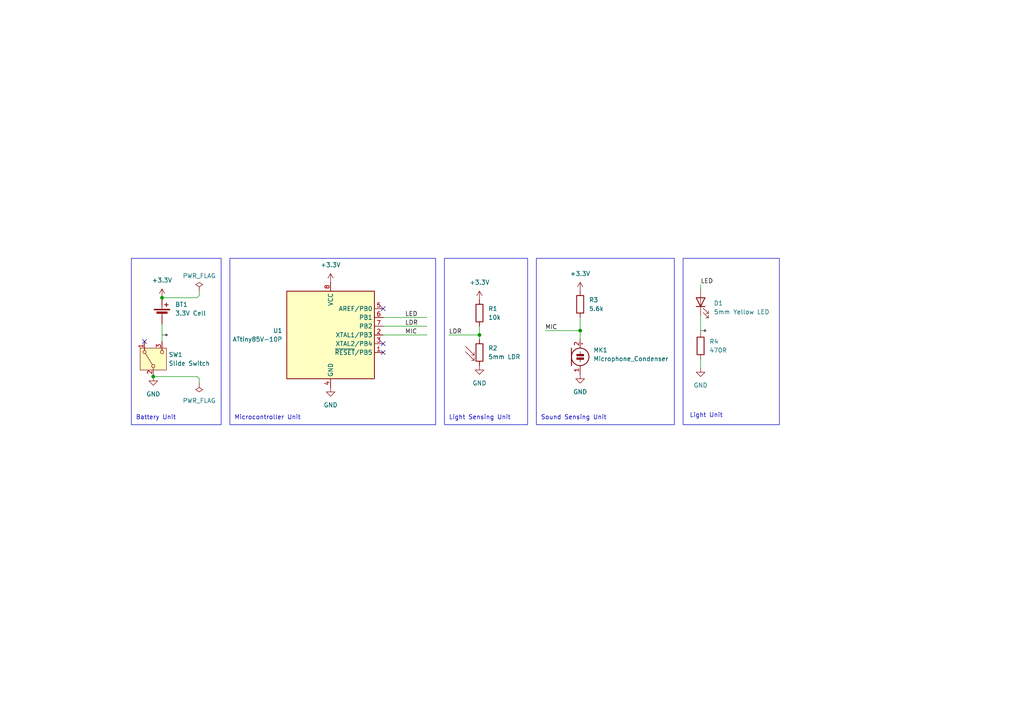
<source format=kicad_sch>
(kicad_sch (version 20230121) (generator eeschema)

  (uuid eaea7461-ca50-4391-982e-37c4766e11ca)

  (paper "A4")

  (title_block
    (title "Digital Diya")
    (date "2024-09-24")
    (rev "v1")
    (company "pcbcupid")
    (comment 1 "Its a ATTiny 85 based circuit")
  )

  (lib_symbols
    (symbol "Device:Battery_Cell" (pin_numbers hide) (pin_names (offset 0) hide) (in_bom yes) (on_board yes)
      (property "Reference" "BT" (at 2.54 2.54 0)
        (effects (font (size 1.27 1.27)) (justify left))
      )
      (property "Value" "Battery_Cell" (at 2.54 0 0)
        (effects (font (size 1.27 1.27)) (justify left))
      )
      (property "Footprint" "" (at 0 1.524 90)
        (effects (font (size 1.27 1.27)) hide)
      )
      (property "Datasheet" "~" (at 0 1.524 90)
        (effects (font (size 1.27 1.27)) hide)
      )
      (property "ki_keywords" "battery cell" (at 0 0 0)
        (effects (font (size 1.27 1.27)) hide)
      )
      (property "ki_description" "Single-cell battery" (at 0 0 0)
        (effects (font (size 1.27 1.27)) hide)
      )
      (symbol "Battery_Cell_0_1"
        (rectangle (start -2.286 1.778) (end 2.286 1.524)
          (stroke (width 0) (type default))
          (fill (type outline))
        )
        (rectangle (start -1.524 1.016) (end 1.524 0.508)
          (stroke (width 0) (type default))
          (fill (type outline))
        )
        (polyline
          (pts
            (xy 0 0.762)
            (xy 0 0)
          )
          (stroke (width 0) (type default))
          (fill (type none))
        )
        (polyline
          (pts
            (xy 0 1.778)
            (xy 0 2.54)
          )
          (stroke (width 0) (type default))
          (fill (type none))
        )
        (polyline
          (pts
            (xy 0.762 3.048)
            (xy 1.778 3.048)
          )
          (stroke (width 0.254) (type default))
          (fill (type none))
        )
        (polyline
          (pts
            (xy 1.27 3.556)
            (xy 1.27 2.54)
          )
          (stroke (width 0.254) (type default))
          (fill (type none))
        )
      )
      (symbol "Battery_Cell_1_1"
        (pin passive line (at 0 5.08 270) (length 2.54)
          (name "+" (effects (font (size 1.27 1.27))))
          (number "1" (effects (font (size 1.27 1.27))))
        )
        (pin passive line (at 0 -2.54 90) (length 2.54)
          (name "-" (effects (font (size 1.27 1.27))))
          (number "2" (effects (font (size 1.27 1.27))))
        )
      )
    )
    (symbol "Device:LED" (pin_numbers hide) (pin_names (offset 1.016) hide) (in_bom yes) (on_board yes)
      (property "Reference" "D" (at 0 2.54 0)
        (effects (font (size 1.27 1.27)))
      )
      (property "Value" "LED" (at 0 -2.54 0)
        (effects (font (size 1.27 1.27)))
      )
      (property "Footprint" "" (at 0 0 0)
        (effects (font (size 1.27 1.27)) hide)
      )
      (property "Datasheet" "~" (at 0 0 0)
        (effects (font (size 1.27 1.27)) hide)
      )
      (property "ki_keywords" "LED diode" (at 0 0 0)
        (effects (font (size 1.27 1.27)) hide)
      )
      (property "ki_description" "Light emitting diode" (at 0 0 0)
        (effects (font (size 1.27 1.27)) hide)
      )
      (property "ki_fp_filters" "LED* LED_SMD:* LED_THT:*" (at 0 0 0)
        (effects (font (size 1.27 1.27)) hide)
      )
      (symbol "LED_0_1"
        (polyline
          (pts
            (xy -1.27 -1.27)
            (xy -1.27 1.27)
          )
          (stroke (width 0.254) (type default))
          (fill (type none))
        )
        (polyline
          (pts
            (xy -1.27 0)
            (xy 1.27 0)
          )
          (stroke (width 0) (type default))
          (fill (type none))
        )
        (polyline
          (pts
            (xy 1.27 -1.27)
            (xy 1.27 1.27)
            (xy -1.27 0)
            (xy 1.27 -1.27)
          )
          (stroke (width 0.254) (type default))
          (fill (type none))
        )
        (polyline
          (pts
            (xy -3.048 -0.762)
            (xy -4.572 -2.286)
            (xy -3.81 -2.286)
            (xy -4.572 -2.286)
            (xy -4.572 -1.524)
          )
          (stroke (width 0) (type default))
          (fill (type none))
        )
        (polyline
          (pts
            (xy -1.778 -0.762)
            (xy -3.302 -2.286)
            (xy -2.54 -2.286)
            (xy -3.302 -2.286)
            (xy -3.302 -1.524)
          )
          (stroke (width 0) (type default))
          (fill (type none))
        )
      )
      (symbol "LED_1_1"
        (pin passive line (at -3.81 0 0) (length 2.54)
          (name "K" (effects (font (size 1.27 1.27))))
          (number "1" (effects (font (size 1.27 1.27))))
        )
        (pin passive line (at 3.81 0 180) (length 2.54)
          (name "A" (effects (font (size 1.27 1.27))))
          (number "2" (effects (font (size 1.27 1.27))))
        )
      )
    )
    (symbol "Device:Microphone_Condenser" (pin_names (offset 0.0254) hide) (in_bom yes) (on_board yes)
      (property "Reference" "MK" (at -3.302 1.27 0)
        (effects (font (size 1.27 1.27)) (justify right))
      )
      (property "Value" "Microphone_Condenser" (at -3.302 -0.635 0)
        (effects (font (size 1.27 1.27)) (justify right))
      )
      (property "Footprint" "" (at 0 2.54 90)
        (effects (font (size 1.27 1.27)) hide)
      )
      (property "Datasheet" "~" (at 0 2.54 90)
        (effects (font (size 1.27 1.27)) hide)
      )
      (property "ki_keywords" "capacitance condenser microphone" (at 0 0 0)
        (effects (font (size 1.27 1.27)) hide)
      )
      (property "ki_description" "Condenser microphone" (at 0 0 0)
        (effects (font (size 1.27 1.27)) hide)
      )
      (symbol "Microphone_Condenser_0_1"
        (polyline
          (pts
            (xy -2.54 2.54)
            (xy -2.54 -2.54)
          )
          (stroke (width 0.254) (type default))
          (fill (type none))
        )
        (polyline
          (pts
            (xy 0 -0.762)
            (xy 0 -1.524)
          )
          (stroke (width 0) (type default))
          (fill (type none))
        )
        (polyline
          (pts
            (xy 0 0.762)
            (xy 0 1.524)
          )
          (stroke (width 0) (type default))
          (fill (type none))
        )
        (polyline
          (pts
            (xy 0.254 3.81)
            (xy 0.762 3.81)
          )
          (stroke (width 0) (type default))
          (fill (type none))
        )
        (polyline
          (pts
            (xy 0.508 4.064)
            (xy 0.508 3.556)
          )
          (stroke (width 0) (type default))
          (fill (type none))
        )
        (circle (center 0 0) (radius 2.54)
          (stroke (width 0.254) (type default))
          (fill (type none))
        )
        (rectangle (start 1.016 -0.254) (end -1.016 -0.762)
          (stroke (width 0) (type default))
          (fill (type outline))
        )
        (rectangle (start 1.016 0.762) (end -1.016 0.254)
          (stroke (width 0) (type default))
          (fill (type outline))
        )
      )
      (symbol "Microphone_Condenser_1_1"
        (pin passive line (at 0 -5.08 90) (length 2.54)
          (name "-" (effects (font (size 1.27 1.27))))
          (number "1" (effects (font (size 1.27 1.27))))
        )
        (pin passive line (at 0 5.08 270) (length 2.54)
          (name "+" (effects (font (size 1.27 1.27))))
          (number "2" (effects (font (size 1.27 1.27))))
        )
      )
    )
    (symbol "Device:R" (pin_numbers hide) (pin_names (offset 0)) (in_bom yes) (on_board yes)
      (property "Reference" "R" (at 2.032 0 90)
        (effects (font (size 1.27 1.27)))
      )
      (property "Value" "R" (at 0 0 90)
        (effects (font (size 1.27 1.27)))
      )
      (property "Footprint" "" (at -1.778 0 90)
        (effects (font (size 1.27 1.27)) hide)
      )
      (property "Datasheet" "~" (at 0 0 0)
        (effects (font (size 1.27 1.27)) hide)
      )
      (property "ki_keywords" "R res resistor" (at 0 0 0)
        (effects (font (size 1.27 1.27)) hide)
      )
      (property "ki_description" "Resistor" (at 0 0 0)
        (effects (font (size 1.27 1.27)) hide)
      )
      (property "ki_fp_filters" "R_*" (at 0 0 0)
        (effects (font (size 1.27 1.27)) hide)
      )
      (symbol "R_0_1"
        (rectangle (start -1.016 -2.54) (end 1.016 2.54)
          (stroke (width 0.254) (type default))
          (fill (type none))
        )
      )
      (symbol "R_1_1"
        (pin passive line (at 0 3.81 270) (length 1.27)
          (name "~" (effects (font (size 1.27 1.27))))
          (number "1" (effects (font (size 1.27 1.27))))
        )
        (pin passive line (at 0 -3.81 90) (length 1.27)
          (name "~" (effects (font (size 1.27 1.27))))
          (number "2" (effects (font (size 1.27 1.27))))
        )
      )
    )
    (symbol "MCU_Microchip_ATtiny:ATtiny85V-10P" (in_bom yes) (on_board yes)
      (property "Reference" "U" (at -12.7 13.97 0)
        (effects (font (size 1.27 1.27)) (justify left bottom))
      )
      (property "Value" "ATtiny85V-10P" (at 2.54 -13.97 0)
        (effects (font (size 1.27 1.27)) (justify left top))
      )
      (property "Footprint" "Package_DIP:DIP-8_W7.62mm" (at 0 0 0)
        (effects (font (size 1.27 1.27) italic) hide)
      )
      (property "Datasheet" "http://ww1.microchip.com/downloads/en/DeviceDoc/atmel-2586-avr-8-bit-microcontroller-attiny25-attiny45-attiny85_datasheet.pdf" (at 0 0 0)
        (effects (font (size 1.27 1.27)) hide)
      )
      (property "ki_keywords" "AVR 8bit Microcontroller tinyAVR" (at 0 0 0)
        (effects (font (size 1.27 1.27)) hide)
      )
      (property "ki_description" "10MHz, 8kB Flash, 512B SRAM, 512B EEPROM, debugWIRE, DIP-8" (at 0 0 0)
        (effects (font (size 1.27 1.27)) hide)
      )
      (property "ki_fp_filters" "DIP*W7.62mm*" (at 0 0 0)
        (effects (font (size 1.27 1.27)) hide)
      )
      (symbol "ATtiny85V-10P_0_1"
        (rectangle (start -12.7 -12.7) (end 12.7 12.7)
          (stroke (width 0.254) (type default))
          (fill (type background))
        )
      )
      (symbol "ATtiny85V-10P_1_1"
        (pin bidirectional line (at 15.24 -5.08 180) (length 2.54)
          (name "~{RESET}/PB5" (effects (font (size 1.27 1.27))))
          (number "1" (effects (font (size 1.27 1.27))))
        )
        (pin bidirectional line (at 15.24 0 180) (length 2.54)
          (name "XTAL1/PB3" (effects (font (size 1.27 1.27))))
          (number "2" (effects (font (size 1.27 1.27))))
        )
        (pin bidirectional line (at 15.24 -2.54 180) (length 2.54)
          (name "XTAL2/PB4" (effects (font (size 1.27 1.27))))
          (number "3" (effects (font (size 1.27 1.27))))
        )
        (pin power_in line (at 0 -15.24 90) (length 2.54)
          (name "GND" (effects (font (size 1.27 1.27))))
          (number "4" (effects (font (size 1.27 1.27))))
        )
        (pin bidirectional line (at 15.24 7.62 180) (length 2.54)
          (name "AREF/PB0" (effects (font (size 1.27 1.27))))
          (number "5" (effects (font (size 1.27 1.27))))
        )
        (pin bidirectional line (at 15.24 5.08 180) (length 2.54)
          (name "PB1" (effects (font (size 1.27 1.27))))
          (number "6" (effects (font (size 1.27 1.27))))
        )
        (pin bidirectional line (at 15.24 2.54 180) (length 2.54)
          (name "PB2" (effects (font (size 1.27 1.27))))
          (number "7" (effects (font (size 1.27 1.27))))
        )
        (pin power_in line (at 0 15.24 270) (length 2.54)
          (name "VCC" (effects (font (size 1.27 1.27))))
          (number "8" (effects (font (size 1.27 1.27))))
        )
      )
    )
    (symbol "Sensor_Optical:LDR07" (pin_numbers hide) (pin_names (offset 0)) (in_bom yes) (on_board yes)
      (property "Reference" "R" (at -5.08 0 90)
        (effects (font (size 1.27 1.27)))
      )
      (property "Value" "LDR07" (at 1.905 0 90)
        (effects (font (size 1.27 1.27)) (justify top))
      )
      (property "Footprint" "OptoDevice:R_LDR_5.1x4.3mm_P3.4mm_Vertical" (at 4.445 0 90)
        (effects (font (size 1.27 1.27)) hide)
      )
      (property "Datasheet" "http://www.tme.eu/de/Document/f2e3ad76a925811312d226c31da4cd7e/LDR07.pdf" (at 0 -1.27 0)
        (effects (font (size 1.27 1.27)) hide)
      )
      (property "ki_keywords" "light dependent photo resistor LDR" (at 0 0 0)
        (effects (font (size 1.27 1.27)) hide)
      )
      (property "ki_description" "light dependent resistor" (at 0 0 0)
        (effects (font (size 1.27 1.27)) hide)
      )
      (property "ki_fp_filters" "R*LDR*5.1x4.3mm*P3.4mm*" (at 0 0 0)
        (effects (font (size 1.27 1.27)) hide)
      )
      (symbol "LDR07_0_1"
        (rectangle (start -1.016 2.54) (end 1.016 -2.54)
          (stroke (width 0.254) (type default))
          (fill (type none))
        )
        (polyline
          (pts
            (xy -1.524 -2.286)
            (xy -4.064 0.254)
          )
          (stroke (width 0) (type default))
          (fill (type none))
        )
        (polyline
          (pts
            (xy -1.524 -2.286)
            (xy -2.286 -2.286)
          )
          (stroke (width 0) (type default))
          (fill (type none))
        )
        (polyline
          (pts
            (xy -1.524 -2.286)
            (xy -1.524 -1.524)
          )
          (stroke (width 0) (type default))
          (fill (type none))
        )
        (polyline
          (pts
            (xy -1.524 -0.762)
            (xy -4.064 1.778)
          )
          (stroke (width 0) (type default))
          (fill (type none))
        )
        (polyline
          (pts
            (xy -1.524 -0.762)
            (xy -2.286 -0.762)
          )
          (stroke (width 0) (type default))
          (fill (type none))
        )
        (polyline
          (pts
            (xy -1.524 -0.762)
            (xy -1.524 0)
          )
          (stroke (width 0) (type default))
          (fill (type none))
        )
      )
      (symbol "LDR07_1_1"
        (pin passive line (at 0 3.81 270) (length 1.27)
          (name "~" (effects (font (size 1.27 1.27))))
          (number "1" (effects (font (size 1.27 1.27))))
        )
        (pin passive line (at 0 -3.81 90) (length 1.27)
          (name "~" (effects (font (size 1.27 1.27))))
          (number "2" (effects (font (size 1.27 1.27))))
        )
      )
    )
    (symbol "Switch:SW_SPDT" (pin_names (offset 0) hide) (in_bom yes) (on_board yes)
      (property "Reference" "SW" (at 0 5.08 0)
        (effects (font (size 1.27 1.27)))
      )
      (property "Value" "SW_SPDT" (at 0 -5.08 0)
        (effects (font (size 1.27 1.27)))
      )
      (property "Footprint" "" (at 0 0 0)
        (effects (font (size 1.27 1.27)) hide)
      )
      (property "Datasheet" "~" (at 0 -7.62 0)
        (effects (font (size 1.27 1.27)) hide)
      )
      (property "ki_keywords" "switch single-pole double-throw spdt ON-ON" (at 0 0 0)
        (effects (font (size 1.27 1.27)) hide)
      )
      (property "ki_description" "Switch, single pole double throw" (at 0 0 0)
        (effects (font (size 1.27 1.27)) hide)
      )
      (symbol "SW_SPDT_0_1"
        (circle (center -2.032 0) (radius 0.4572)
          (stroke (width 0) (type default))
          (fill (type none))
        )
        (polyline
          (pts
            (xy -1.651 0.254)
            (xy 1.651 2.286)
          )
          (stroke (width 0) (type default))
          (fill (type none))
        )
        (circle (center 2.032 -2.54) (radius 0.4572)
          (stroke (width 0) (type default))
          (fill (type none))
        )
        (circle (center 2.032 2.54) (radius 0.4572)
          (stroke (width 0) (type default))
          (fill (type none))
        )
      )
      (symbol "SW_SPDT_1_1"
        (rectangle (start -3.175 3.81) (end 3.175 -3.81)
          (stroke (width 0) (type default))
          (fill (type background))
        )
        (pin passive line (at 5.08 2.54 180) (length 2.54)
          (name "A" (effects (font (size 1.27 1.27))))
          (number "1" (effects (font (size 1.27 1.27))))
        )
        (pin passive line (at -5.08 0 0) (length 2.54)
          (name "B" (effects (font (size 1.27 1.27))))
          (number "2" (effects (font (size 1.27 1.27))))
        )
        (pin passive line (at 5.08 -2.54 180) (length 2.54)
          (name "C" (effects (font (size 1.27 1.27))))
          (number "3" (effects (font (size 1.27 1.27))))
        )
      )
    )
    (symbol "power:+3.3V" (power) (pin_names (offset 0)) (in_bom yes) (on_board yes)
      (property "Reference" "#PWR" (at 0 -3.81 0)
        (effects (font (size 1.27 1.27)) hide)
      )
      (property "Value" "+3.3V" (at 0 3.556 0)
        (effects (font (size 1.27 1.27)))
      )
      (property "Footprint" "" (at 0 0 0)
        (effects (font (size 1.27 1.27)) hide)
      )
      (property "Datasheet" "" (at 0 0 0)
        (effects (font (size 1.27 1.27)) hide)
      )
      (property "ki_keywords" "global power" (at 0 0 0)
        (effects (font (size 1.27 1.27)) hide)
      )
      (property "ki_description" "Power symbol creates a global label with name \"+3.3V\"" (at 0 0 0)
        (effects (font (size 1.27 1.27)) hide)
      )
      (symbol "+3.3V_0_1"
        (polyline
          (pts
            (xy -0.762 1.27)
            (xy 0 2.54)
          )
          (stroke (width 0) (type default))
          (fill (type none))
        )
        (polyline
          (pts
            (xy 0 0)
            (xy 0 2.54)
          )
          (stroke (width 0) (type default))
          (fill (type none))
        )
        (polyline
          (pts
            (xy 0 2.54)
            (xy 0.762 1.27)
          )
          (stroke (width 0) (type default))
          (fill (type none))
        )
      )
      (symbol "+3.3V_1_1"
        (pin power_in line (at 0 0 90) (length 0) hide
          (name "+3.3V" (effects (font (size 1.27 1.27))))
          (number "1" (effects (font (size 1.27 1.27))))
        )
      )
    )
    (symbol "power:GND" (power) (pin_names (offset 0)) (in_bom yes) (on_board yes)
      (property "Reference" "#PWR" (at 0 -6.35 0)
        (effects (font (size 1.27 1.27)) hide)
      )
      (property "Value" "GND" (at 0 -3.81 0)
        (effects (font (size 1.27 1.27)))
      )
      (property "Footprint" "" (at 0 0 0)
        (effects (font (size 1.27 1.27)) hide)
      )
      (property "Datasheet" "" (at 0 0 0)
        (effects (font (size 1.27 1.27)) hide)
      )
      (property "ki_keywords" "global power" (at 0 0 0)
        (effects (font (size 1.27 1.27)) hide)
      )
      (property "ki_description" "Power symbol creates a global label with name \"GND\" , ground" (at 0 0 0)
        (effects (font (size 1.27 1.27)) hide)
      )
      (symbol "GND_0_1"
        (polyline
          (pts
            (xy 0 0)
            (xy 0 -1.27)
            (xy 1.27 -1.27)
            (xy 0 -2.54)
            (xy -1.27 -1.27)
            (xy 0 -1.27)
          )
          (stroke (width 0) (type default))
          (fill (type none))
        )
      )
      (symbol "GND_1_1"
        (pin power_in line (at 0 0 270) (length 0) hide
          (name "GND" (effects (font (size 1.27 1.27))))
          (number "1" (effects (font (size 1.27 1.27))))
        )
      )
    )
    (symbol "power:PWR_FLAG" (power) (pin_numbers hide) (pin_names (offset 0) hide) (in_bom yes) (on_board yes)
      (property "Reference" "#FLG" (at 0 1.905 0)
        (effects (font (size 1.27 1.27)) hide)
      )
      (property "Value" "PWR_FLAG" (at 0 3.81 0)
        (effects (font (size 1.27 1.27)))
      )
      (property "Footprint" "" (at 0 0 0)
        (effects (font (size 1.27 1.27)) hide)
      )
      (property "Datasheet" "~" (at 0 0 0)
        (effects (font (size 1.27 1.27)) hide)
      )
      (property "ki_keywords" "flag power" (at 0 0 0)
        (effects (font (size 1.27 1.27)) hide)
      )
      (property "ki_description" "Special symbol for telling ERC where power comes from" (at 0 0 0)
        (effects (font (size 1.27 1.27)) hide)
      )
      (symbol "PWR_FLAG_0_0"
        (pin power_out line (at 0 0 90) (length 0)
          (name "pwr" (effects (font (size 1.27 1.27))))
          (number "1" (effects (font (size 1.27 1.27))))
        )
      )
      (symbol "PWR_FLAG_0_1"
        (polyline
          (pts
            (xy 0 0)
            (xy 0 1.27)
            (xy -1.016 1.905)
            (xy 0 2.54)
            (xy 1.016 1.905)
            (xy 0 1.27)
          )
          (stroke (width 0) (type default))
          (fill (type none))
        )
      )
    )
  )

  (junction (at 44.45 109.22) (diameter 0) (color 0 0 0 0)
    (uuid 7b07ee93-a1d3-42b4-8075-3f9ea80e6644)
  )
  (junction (at 139.065 97.155) (diameter 0) (color 0 0 0 0)
    (uuid b032e00a-8b5d-461e-b00b-942a4cb1b7b1)
  )
  (junction (at 46.99 86.36) (diameter 0) (color 0 0 0 0)
    (uuid de167ef7-3cae-4685-a49f-786a9a780007)
  )
  (junction (at 168.275 95.885) (diameter 0) (color 0 0 0 0)
    (uuid e9f93459-66c0-4b29-940a-21116d56eb67)
  )

  (no_connect (at 111.125 102.235) (uuid a7676154-5086-4f92-8652-0fe38b802e58))
  (no_connect (at 111.125 99.695) (uuid cbe5b4ec-8e1b-4d28-a769-5598cb48797c))
  (no_connect (at 41.91 99.06) (uuid d6ef4821-f44b-4327-9406-bd7db2f829b5))
  (no_connect (at 111.125 89.535) (uuid fae173d8-432d-4a6c-aaa5-ce706a98ceda))

  (wire (pts (xy 57.785 109.855) (xy 57.15 109.22))
    (stroke (width 0) (type default))
    (uuid 0e24a06b-0d13-4784-ab99-306297dc1e2a)
  )
  (wire (pts (xy 139.065 94.615) (xy 139.065 97.155))
    (stroke (width 0) (type default))
    (uuid 20a3988b-289e-4eab-a6a1-4c5ea9666261)
  )
  (wire (pts (xy 57.785 84.455) (xy 57.785 85.725))
    (stroke (width 0) (type default))
    (uuid 2881832c-df02-4e2c-bbd5-84925120fcf0)
  )
  (wire (pts (xy 168.275 92.075) (xy 168.275 95.885))
    (stroke (width 0) (type default))
    (uuid 2b63d3db-d718-47cf-ab56-638b17e551ce)
  )
  (wire (pts (xy 44.45 109.22) (xy 57.15 109.22))
    (stroke (width 0) (type default))
    (uuid 2e050e20-7e49-4c46-8f60-7ca01c7490f5)
  )
  (wire (pts (xy 158.115 95.885) (xy 168.275 95.885))
    (stroke (width 0) (type default))
    (uuid 3b824aed-7548-486a-802e-278b5ba727a7)
  )
  (wire (pts (xy 203.2 104.14) (xy 203.2 106.68))
    (stroke (width 0) (type default))
    (uuid 3f64a149-f826-49d3-acc5-1ce01f8ba5de)
  )
  (wire (pts (xy 203.2 82.55) (xy 203.2 83.82))
    (stroke (width 0) (type default))
    (uuid 4f7e0a66-202d-4263-ae60-923d61411539)
  )
  (wire (pts (xy 203.2 91.44) (xy 203.2 96.52))
    (stroke (width 0) (type default))
    (uuid 583f21e5-5dbc-46df-be7a-136ba37f2ddc)
  )
  (wire (pts (xy 168.275 95.885) (xy 168.275 98.425))
    (stroke (width 0) (type default))
    (uuid 689108ca-b3e1-4f81-941e-e45f0a7449fa)
  )
  (wire (pts (xy 130.175 97.155) (xy 139.065 97.155))
    (stroke (width 0) (type default))
    (uuid 6cdc4b79-7109-4fd5-b711-963b5049a177)
  )
  (wire (pts (xy 139.065 97.155) (xy 139.065 98.425))
    (stroke (width 0) (type default))
    (uuid 751d49e7-5331-4f5a-9305-cf7a81bb8be3)
  )
  (wire (pts (xy 111.125 92.075) (xy 123.825 92.075))
    (stroke (width 0) (type default))
    (uuid 76962200-58b4-4b77-aebf-bd35dc93d70b)
  )
  (wire (pts (xy 46.99 93.98) (xy 46.99 99.06))
    (stroke (width 0) (type default))
    (uuid 80eadb31-82b2-44a5-8041-a0b0fc759482)
  )
  (wire (pts (xy 46.99 86.36) (xy 57.15 86.36))
    (stroke (width 0) (type default))
    (uuid 86c8d670-c020-41b8-8534-d795d2f9aa80)
  )
  (wire (pts (xy 111.125 97.155) (xy 123.825 97.155))
    (stroke (width 0) (type default))
    (uuid 87185052-89b2-464a-84e4-46237e9bbbeb)
  )
  (wire (pts (xy 111.125 94.615) (xy 123.825 94.615))
    (stroke (width 0) (type default))
    (uuid 8e95826d-599c-4614-8b1a-1d3b1d4527fe)
  )
  (wire (pts (xy 57.785 85.725) (xy 57.15 86.36))
    (stroke (width 0) (type default))
    (uuid b4dd96f0-0cc8-44ca-8942-e34a85dfe204)
  )
  (wire (pts (xy 57.785 109.855) (xy 57.785 111.125))
    (stroke (width 0) (type default))
    (uuid f81ce5f2-b001-4c98-b6ad-8c6807b473d1)
  )

  (rectangle (start 198.12 74.93) (end 226.06 123.19)
    (stroke (width 0) (type default))
    (fill (type none))
    (uuid 0bfb5a1d-3f5b-440f-aa67-f2e402fdf15f)
  )
  (rectangle (start 128.905 74.93) (end 153.035 123.19)
    (stroke (width 0) (type default))
    (fill (type none))
    (uuid 1bd77ee2-5d0d-40da-924c-2ffbed89789d)
  )
  (rectangle (start 155.575 74.93) (end 195.58 123.19)
    (stroke (width 0) (type default))
    (fill (type none))
    (uuid 361f93e2-b726-482d-a0ca-374daf4b019e)
  )
  (rectangle (start 38.1 74.93) (end 64.135 123.19)
    (stroke (width 0) (type default))
    (fill (type none))
    (uuid 751902c1-85bc-49f5-ba5b-a6195c8832d2)
  )
  (rectangle (start 66.675 74.93) (end 126.365 123.19)
    (stroke (width 0) (type default))
    (fill (type none))
    (uuid bea0d079-2869-476e-b7f9-5c191b8e89ca)
  )

  (text "Sound Sensing Unit" (at 156.845 121.92 0)
    (effects (font (size 1.27 1.27)) (justify left bottom))
    (uuid 414ef453-306d-4da3-8358-24c4c0dc63d0)
  )
  (text "Battery Unit\n" (at 39.37 121.92 0)
    (effects (font (size 1.27 1.27)) (justify left bottom))
    (uuid 4ff4a1c6-0e40-4efa-9f07-c629d85d4b47)
  )
  (text "Microcontroller Unit" (at 67.945 121.92 0)
    (effects (font (size 1.27 1.27)) (justify left bottom))
    (uuid 5cb6d2b1-0349-472c-b637-161df4216ad1)
  )
  (text "Light Unit" (at 200.025 121.285 0)
    (effects (font (size 1.27 1.27)) (justify left bottom))
    (uuid f59fbb3b-0558-41ff-b2d8-4139273506f5)
  )
  (text "Light Sensing Unit" (at 130.175 121.92 0)
    (effects (font (size 1.27 1.27)) (justify left bottom))
    (uuid f9d9e1f3-e59b-4e0f-ad44-e1bd38b1e27f)
  )

  (label "LED" (at 203.2 82.55 0) (fields_autoplaced)
    (effects (font (size 1.27 1.27)) (justify left bottom))
    (uuid 13571308-d3c5-4724-838d-235767359ce4)
  )
  (label "LDR" (at 130.175 97.155 0) (fields_autoplaced)
    (effects (font (size 1.27 1.27)) (justify left bottom))
    (uuid 1b10adac-df89-4f0f-8e81-db3598b97566)
  )
  (label "MIC" (at 158.115 95.885 0) (fields_autoplaced)
    (effects (font (size 1.27 1.27)) (justify left bottom))
    (uuid 3c7fc9b0-e54b-4afd-b070-4f456bd25095)
  )
  (label "LED" (at 117.475 92.075 0) (fields_autoplaced)
    (effects (font (size 1.27 1.27)) (justify left bottom))
    (uuid 7a4e785e-06e7-4eca-81ca-d827a46ff413)
  )
  (label "LDR" (at 117.475 94.615 0) (fields_autoplaced)
    (effects (font (size 1.27 1.27)) (justify left bottom))
    (uuid d9b64f27-dc7b-453f-9a4f-3ddbd537f60d)
  )
  (label "MIC" (at 117.475 97.155 0) (fields_autoplaced)
    (effects (font (size 1.27 1.27)) (justify left bottom))
    (uuid f958d357-4e3d-497e-be4f-bf114bc32116)
  )

  (netclass_flag "" (length 1.27) (shape dot) (at 203.2 95.885 270) (fields_autoplaced)
    (effects (font (size 1.27 1.27)) (justify right bottom))
    (uuid 1b8a0d70-f551-4c97-9824-70595f049157)
    (property "Netclass" "Signal" (at 204.47 95.1865 90)
      (effects (font (size 1.27 1.27) italic) (justify left) hide)
    )
  )
  (netclass_flag "" (length 1.27) (shape dot) (at 46.99 97.155 270) (fields_autoplaced)
    (effects (font (size 1.27 1.27)) (justify right bottom))
    (uuid 1f677aa2-f9f2-4f49-9b06-6914aebc623a)
    (property "Netclass" "Power" (at 48.26 96.4565 90)
      (effects (font (size 1.27 1.27) italic) (justify left) hide)
    )
  )

  (symbol (lib_id "power:+3.3V") (at 168.275 84.455 0) (unit 1)
    (in_bom yes) (on_board yes) (dnp no) (fields_autoplaced)
    (uuid 186b4d50-f5ce-42e9-9987-4b690822ab18)
    (property "Reference" "#PWR07" (at 168.275 88.265 0)
      (effects (font (size 1.27 1.27)) hide)
    )
    (property "Value" "+3.3V" (at 168.275 79.375 0)
      (effects (font (size 1.27 1.27)))
    )
    (property "Footprint" "" (at 168.275 84.455 0)
      (effects (font (size 1.27 1.27)) hide)
    )
    (property "Datasheet" "" (at 168.275 84.455 0)
      (effects (font (size 1.27 1.27)) hide)
    )
    (pin "1" (uuid 02e39da8-fbe2-444c-89de-4f1af8f8d57a))
    (instances
      (project "Lesson3"
        (path "/eaea7461-ca50-4391-982e-37c4766e11ca"
          (reference "#PWR07") (unit 1)
        )
      )
    )
  )

  (symbol (lib_id "power:GND") (at 95.885 112.395 0) (unit 1)
    (in_bom yes) (on_board yes) (dnp no) (fields_autoplaced)
    (uuid 1ce6b54a-2ef2-4271-a13e-02bad3412c91)
    (property "Reference" "#PWR04" (at 95.885 118.745 0)
      (effects (font (size 1.27 1.27)) hide)
    )
    (property "Value" "GND" (at 95.885 117.475 0)
      (effects (font (size 1.27 1.27)))
    )
    (property "Footprint" "" (at 95.885 112.395 0)
      (effects (font (size 1.27 1.27)) hide)
    )
    (property "Datasheet" "" (at 95.885 112.395 0)
      (effects (font (size 1.27 1.27)) hide)
    )
    (pin "1" (uuid 95558fb5-acec-4d89-bca8-032a97cdd8ff))
    (instances
      (project "Lesson3"
        (path "/eaea7461-ca50-4391-982e-37c4766e11ca"
          (reference "#PWR04") (unit 1)
        )
      )
    )
  )

  (symbol (lib_id "Sensor_Optical:LDR07") (at 139.065 102.235 0) (unit 1)
    (in_bom yes) (on_board yes) (dnp no) (fields_autoplaced)
    (uuid 215c610f-c47d-4a95-9b81-0108c9afa885)
    (property "Reference" "R2" (at 141.605 100.965 0)
      (effects (font (size 1.27 1.27)) (justify left))
    )
    (property "Value" "5mm LDR" (at 141.605 103.505 0)
      (effects (font (size 1.27 1.27)) (justify left))
    )
    (property "Footprint" "OptoDevice:R_LDR_5.1x4.3mm_P3.4mm_Vertical" (at 143.51 102.235 90)
      (effects (font (size 1.27 1.27)) hide)
    )
    (property "Datasheet" "http://www.tme.eu/de/Document/f2e3ad76a925811312d226c31da4cd7e/LDR07.pdf" (at 139.065 103.505 0)
      (effects (font (size 1.27 1.27)) hide)
    )
    (pin "2" (uuid 2654bff3-4f29-4739-972a-358e6f33f44e))
    (pin "1" (uuid 7333ecce-4180-4e60-b1a6-d98d755823d0))
    (instances
      (project "Lesson3"
        (path "/eaea7461-ca50-4391-982e-37c4766e11ca"
          (reference "R2") (unit 1)
        )
      )
    )
  )

  (symbol (lib_id "Switch:SW_SPDT") (at 44.45 104.14 90) (unit 1)
    (in_bom yes) (on_board yes) (dnp no) (fields_autoplaced)
    (uuid 25aa9c34-9c59-41c4-9b7f-05abd985b52e)
    (property "Reference" "SW1" (at 48.895 102.87 90)
      (effects (font (size 1.27 1.27)) (justify right))
    )
    (property "Value" "Slide Switch" (at 48.895 105.41 90)
      (effects (font (size 1.27 1.27)) (justify right))
    )
    (property "Footprint" "Button_Switch_THT:SW_E-Switch_EG1224_SPDT_Angled" (at 44.45 104.14 0)
      (effects (font (size 1.27 1.27)) hide)
    )
    (property "Datasheet" "~" (at 52.07 104.14 0)
      (effects (font (size 1.27 1.27)) hide)
    )
    (pin "1" (uuid b7f30840-6e95-45e5-a1af-e4407ce3b1b9))
    (pin "2" (uuid 9a652c8c-c6db-4f98-b130-220b335f460c))
    (pin "3" (uuid 054d03a3-6dff-4249-9b04-dc09edd6ad5e))
    (instances
      (project "Lesson3"
        (path "/eaea7461-ca50-4391-982e-37c4766e11ca"
          (reference "SW1") (unit 1)
        )
      )
    )
  )

  (symbol (lib_id "Device:R") (at 168.275 88.265 0) (unit 1)
    (in_bom yes) (on_board yes) (dnp no) (fields_autoplaced)
    (uuid 2bebb11f-c890-42dc-bbe9-25601e8f28a7)
    (property "Reference" "R3" (at 170.815 86.995 0)
      (effects (font (size 1.27 1.27)) (justify left))
    )
    (property "Value" "5.6k" (at 170.815 89.535 0)
      (effects (font (size 1.27 1.27)) (justify left))
    )
    (property "Footprint" "Resistor_THT:R_Axial_DIN0207_L6.3mm_D2.5mm_P15.24mm_Horizontal" (at 166.497 88.265 90)
      (effects (font (size 1.27 1.27)) hide)
    )
    (property "Datasheet" "~" (at 168.275 88.265 0)
      (effects (font (size 1.27 1.27)) hide)
    )
    (pin "1" (uuid 9900d05c-d086-4b5f-8db3-011d664e90b6))
    (pin "2" (uuid a90debc8-0d6c-4e2d-bf9d-78ee2bab9aea))
    (instances
      (project "Lesson3"
        (path "/eaea7461-ca50-4391-982e-37c4766e11ca"
          (reference "R3") (unit 1)
        )
      )
    )
  )

  (symbol (lib_id "Device:R") (at 139.065 90.805 0) (unit 1)
    (in_bom yes) (on_board yes) (dnp no) (fields_autoplaced)
    (uuid 3fef8a7b-377a-4827-9dd0-9d76d2ff1b63)
    (property "Reference" "R1" (at 141.605 89.535 0)
      (effects (font (size 1.27 1.27)) (justify left))
    )
    (property "Value" "10k" (at 141.605 92.075 0)
      (effects (font (size 1.27 1.27)) (justify left))
    )
    (property "Footprint" "Resistor_THT:R_Axial_DIN0207_L6.3mm_D2.5mm_P15.24mm_Horizontal" (at 137.287 90.805 90)
      (effects (font (size 1.27 1.27)) hide)
    )
    (property "Datasheet" "~" (at 139.065 90.805 0)
      (effects (font (size 1.27 1.27)) hide)
    )
    (pin "2" (uuid 64fda1f0-62d2-4b0f-884d-bced7a56d44b))
    (pin "1" (uuid f146b780-67f9-44bb-a12a-29ddc26a4301))
    (instances
      (project "Lesson3"
        (path "/eaea7461-ca50-4391-982e-37c4766e11ca"
          (reference "R1") (unit 1)
        )
      )
    )
  )

  (symbol (lib_id "power:GND") (at 44.45 109.22 0) (unit 1)
    (in_bom yes) (on_board yes) (dnp no) (fields_autoplaced)
    (uuid 404c8c53-734b-40d1-93a4-09433af1c094)
    (property "Reference" "#PWR01" (at 44.45 115.57 0)
      (effects (font (size 1.27 1.27)) hide)
    )
    (property "Value" "GND" (at 44.45 114.3 0)
      (effects (font (size 1.27 1.27)))
    )
    (property "Footprint" "" (at 44.45 109.22 0)
      (effects (font (size 1.27 1.27)) hide)
    )
    (property "Datasheet" "" (at 44.45 109.22 0)
      (effects (font (size 1.27 1.27)) hide)
    )
    (pin "1" (uuid b4cae1e8-8e5a-4f3b-9e3f-0c92d4388dae))
    (instances
      (project "Lesson3"
        (path "/eaea7461-ca50-4391-982e-37c4766e11ca"
          (reference "#PWR01") (unit 1)
        )
      )
    )
  )

  (symbol (lib_id "Device:Microphone_Condenser") (at 168.275 103.505 0) (unit 1)
    (in_bom yes) (on_board yes) (dnp no) (fields_autoplaced)
    (uuid 5da244df-4e84-4ca6-8240-44e56798d146)
    (property "Reference" "MK1" (at 172.085 101.5365 0)
      (effects (font (size 1.27 1.27)) (justify left))
    )
    (property "Value" "Microphone_Condenser" (at 172.085 104.0765 0)
      (effects (font (size 1.27 1.27)) (justify left))
    )
    (property "Footprint" "Connector_PinHeader_2.54mm:PinHeader_1x02_P2.54mm_Vertical" (at 168.275 100.965 90)
      (effects (font (size 1.27 1.27)) hide)
    )
    (property "Datasheet" "~" (at 168.275 100.965 90)
      (effects (font (size 1.27 1.27)) hide)
    )
    (pin "2" (uuid 4003faad-6e08-436c-8619-2c8e79fcafb2))
    (pin "1" (uuid 8736141b-ecc6-435f-b450-f4f17a5ee0da))
    (instances
      (project "Lesson3"
        (path "/eaea7461-ca50-4391-982e-37c4766e11ca"
          (reference "MK1") (unit 1)
        )
      )
    )
  )

  (symbol (lib_id "MCU_Microchip_ATtiny:ATtiny85V-10P") (at 95.885 97.155 0) (unit 1)
    (in_bom yes) (on_board yes) (dnp no) (fields_autoplaced)
    (uuid 5f9865f0-0b38-4128-8307-f084c99b6443)
    (property "Reference" "U1" (at 81.915 95.885 0)
      (effects (font (size 1.27 1.27)) (justify right))
    )
    (property "Value" "ATtiny85V-10P" (at 81.915 98.425 0)
      (effects (font (size 1.27 1.27)) (justify right))
    )
    (property "Footprint" "Package_DIP:DIP-8_W7.62mm" (at 95.885 97.155 0)
      (effects (font (size 1.27 1.27) italic) hide)
    )
    (property "Datasheet" "http://ww1.microchip.com/downloads/en/DeviceDoc/atmel-2586-avr-8-bit-microcontroller-attiny25-attiny45-attiny85_datasheet.pdf" (at 95.885 97.155 0)
      (effects (font (size 1.27 1.27)) hide)
    )
    (pin "3" (uuid c5ce06ce-7f7e-46d3-bcec-ed21dde9e8bb))
    (pin "4" (uuid 60c62bd4-f415-4958-9177-acebe781972c))
    (pin "6" (uuid d50dd856-37b0-4a0d-835b-9d4afcf1ac10))
    (pin "1" (uuid 38b75650-06f2-49c3-bd5b-0c46808837c9))
    (pin "5" (uuid 95506d2a-9b1d-46f8-9c59-b6e622c0031e))
    (pin "7" (uuid d51e036b-4800-4f8d-89a2-b536700d8bbf))
    (pin "2" (uuid eba8e708-106c-4943-9ad7-88e3c76515fb))
    (pin "8" (uuid 1d9ffca7-f8cb-4baf-b54a-592d1b6b08fb))
    (instances
      (project "Lesson3"
        (path "/eaea7461-ca50-4391-982e-37c4766e11ca"
          (reference "U1") (unit 1)
        )
      )
    )
  )

  (symbol (lib_id "power:GND") (at 139.065 106.045 0) (unit 1)
    (in_bom yes) (on_board yes) (dnp no) (fields_autoplaced)
    (uuid 7469e9fd-674f-4000-a795-f148490ce9cd)
    (property "Reference" "#PWR06" (at 139.065 112.395 0)
      (effects (font (size 1.27 1.27)) hide)
    )
    (property "Value" "GND" (at 139.065 111.125 0)
      (effects (font (size 1.27 1.27)))
    )
    (property "Footprint" "" (at 139.065 106.045 0)
      (effects (font (size 1.27 1.27)) hide)
    )
    (property "Datasheet" "" (at 139.065 106.045 0)
      (effects (font (size 1.27 1.27)) hide)
    )
    (pin "1" (uuid 7410f162-3fd2-42ed-be47-624d2cc0d075))
    (instances
      (project "Lesson3"
        (path "/eaea7461-ca50-4391-982e-37c4766e11ca"
          (reference "#PWR06") (unit 1)
        )
      )
    )
  )

  (symbol (lib_id "power:+3.3V") (at 46.99 86.36 0) (unit 1)
    (in_bom yes) (on_board yes) (dnp no) (fields_autoplaced)
    (uuid 8670243e-fb00-4ebe-924c-2c7d17b0f0b7)
    (property "Reference" "#PWR02" (at 46.99 90.17 0)
      (effects (font (size 1.27 1.27)) hide)
    )
    (property "Value" "+3.3V" (at 46.99 81.28 0)
      (effects (font (size 1.27 1.27)))
    )
    (property "Footprint" "" (at 46.99 86.36 0)
      (effects (font (size 1.27 1.27)) hide)
    )
    (property "Datasheet" "" (at 46.99 86.36 0)
      (effects (font (size 1.27 1.27)) hide)
    )
    (pin "1" (uuid 7615ec78-249b-46a1-a271-80102e5dba88))
    (instances
      (project "Lesson3"
        (path "/eaea7461-ca50-4391-982e-37c4766e11ca"
          (reference "#PWR02") (unit 1)
        )
      )
    )
  )

  (symbol (lib_id "Device:LED") (at 203.2 87.63 90) (unit 1)
    (in_bom yes) (on_board yes) (dnp no) (fields_autoplaced)
    (uuid 912dc00a-09e4-485c-bdd6-bd4b1f5d4c13)
    (property "Reference" "D1" (at 207.01 87.9475 90)
      (effects (font (size 1.27 1.27)) (justify right))
    )
    (property "Value" "5mm Yellow LED" (at 207.01 90.4875 90)
      (effects (font (size 1.27 1.27)) (justify right))
    )
    (property "Footprint" "LED_THT:LED_D5.0mm" (at 203.2 87.63 0)
      (effects (font (size 1.27 1.27)) hide)
    )
    (property "Datasheet" "~" (at 203.2 87.63 0)
      (effects (font (size 1.27 1.27)) hide)
    )
    (pin "1" (uuid d0fbd83e-9b5e-49fa-9426-433b6eacc32c))
    (pin "2" (uuid 3881caa4-990e-409b-9426-9ef6fcc0746e))
    (instances
      (project "Lesson3"
        (path "/eaea7461-ca50-4391-982e-37c4766e11ca"
          (reference "D1") (unit 1)
        )
      )
    )
  )

  (symbol (lib_id "power:GND") (at 168.275 108.585 0) (unit 1)
    (in_bom yes) (on_board yes) (dnp no) (fields_autoplaced)
    (uuid ae248f1d-94b3-46f8-9c04-3786a22ded37)
    (property "Reference" "#PWR08" (at 168.275 114.935 0)
      (effects (font (size 1.27 1.27)) hide)
    )
    (property "Value" "GND" (at 168.275 113.665 0)
      (effects (font (size 1.27 1.27)))
    )
    (property "Footprint" "" (at 168.275 108.585 0)
      (effects (font (size 1.27 1.27)) hide)
    )
    (property "Datasheet" "" (at 168.275 108.585 0)
      (effects (font (size 1.27 1.27)) hide)
    )
    (pin "1" (uuid 9088b45f-24fe-44e4-a406-8cc3a3851ca2))
    (instances
      (project "Lesson3"
        (path "/eaea7461-ca50-4391-982e-37c4766e11ca"
          (reference "#PWR08") (unit 1)
        )
      )
    )
  )

  (symbol (lib_id "Device:R") (at 203.2 100.33 180) (unit 1)
    (in_bom yes) (on_board yes) (dnp no) (fields_autoplaced)
    (uuid b0bc6b75-1f99-4cfe-8757-c80e8be201f8)
    (property "Reference" "R4" (at 205.74 99.06 0)
      (effects (font (size 1.27 1.27)) (justify right))
    )
    (property "Value" "470R" (at 205.74 101.6 0)
      (effects (font (size 1.27 1.27)) (justify right))
    )
    (property "Footprint" "Resistor_THT:R_Axial_DIN0207_L6.3mm_D2.5mm_P15.24mm_Horizontal" (at 204.978 100.33 90)
      (effects (font (size 1.27 1.27)) hide)
    )
    (property "Datasheet" "~" (at 203.2 100.33 0)
      (effects (font (size 1.27 1.27)) hide)
    )
    (pin "2" (uuid 707efefa-bb68-47ba-a896-2ac22235797d))
    (pin "1" (uuid fe806ac9-6f7f-43ea-9d21-78e6efd5b803))
    (instances
      (project "Lesson3"
        (path "/eaea7461-ca50-4391-982e-37c4766e11ca"
          (reference "R4") (unit 1)
        )
      )
    )
  )

  (symbol (lib_id "power:+3.3V") (at 139.065 86.995 0) (unit 1)
    (in_bom yes) (on_board yes) (dnp no) (fields_autoplaced)
    (uuid c3e44c7f-9971-4830-9bdd-55ed6a2f9178)
    (property "Reference" "#PWR05" (at 139.065 90.805 0)
      (effects (font (size 1.27 1.27)) hide)
    )
    (property "Value" "+3.3V" (at 139.065 81.915 0)
      (effects (font (size 1.27 1.27)))
    )
    (property "Footprint" "" (at 139.065 86.995 0)
      (effects (font (size 1.27 1.27)) hide)
    )
    (property "Datasheet" "" (at 139.065 86.995 0)
      (effects (font (size 1.27 1.27)) hide)
    )
    (pin "1" (uuid 5a7f521c-11ce-44a0-abfa-313a05214ab7))
    (instances
      (project "Lesson3"
        (path "/eaea7461-ca50-4391-982e-37c4766e11ca"
          (reference "#PWR05") (unit 1)
        )
      )
    )
  )

  (symbol (lib_id "Device:Battery_Cell") (at 46.99 91.44 0) (unit 1)
    (in_bom yes) (on_board yes) (dnp no) (fields_autoplaced)
    (uuid c7cb38f3-c03c-42d9-a5a5-3711efa25b58)
    (property "Reference" "BT1" (at 50.8 88.3285 0)
      (effects (font (size 1.27 1.27)) (justify left))
    )
    (property "Value" "3.3V Cell" (at 50.8 90.8685 0)
      (effects (font (size 1.27 1.27)) (justify left))
    )
    (property "Footprint" "Battery:BatteryHolder_ComfortableElectronic_CH273-2450_1x2450" (at 46.99 89.916 90)
      (effects (font (size 1.27 1.27)) hide)
    )
    (property "Datasheet" "~" (at 46.99 89.916 90)
      (effects (font (size 1.27 1.27)) hide)
    )
    (pin "2" (uuid de357d78-7f48-4b69-b228-81f5176e9267))
    (pin "1" (uuid 802cc39f-6ad5-4ef8-a0bd-09c5d53dcac2))
    (instances
      (project "Lesson3"
        (path "/eaea7461-ca50-4391-982e-37c4766e11ca"
          (reference "BT1") (unit 1)
        )
      )
    )
  )

  (symbol (lib_id "power:PWR_FLAG") (at 57.785 84.455 0) (unit 1)
    (in_bom yes) (on_board yes) (dnp no) (fields_autoplaced)
    (uuid d12639c2-358d-46dc-bc07-f0ad7676234e)
    (property "Reference" "#FLG01" (at 57.785 82.55 0)
      (effects (font (size 1.27 1.27)) hide)
    )
    (property "Value" "PWR_FLAG" (at 57.785 80.01 0)
      (effects (font (size 1.27 1.27)))
    )
    (property "Footprint" "" (at 57.785 84.455 0)
      (effects (font (size 1.27 1.27)) hide)
    )
    (property "Datasheet" "~" (at 57.785 84.455 0)
      (effects (font (size 1.27 1.27)) hide)
    )
    (pin "1" (uuid 90012159-cfc9-41a1-b1e8-a4cccd16d1d1))
    (instances
      (project "Lesson3"
        (path "/eaea7461-ca50-4391-982e-37c4766e11ca"
          (reference "#FLG01") (unit 1)
        )
      )
    )
  )

  (symbol (lib_id "power:PWR_FLAG") (at 57.785 111.125 180) (unit 1)
    (in_bom yes) (on_board yes) (dnp no) (fields_autoplaced)
    (uuid d862163a-1763-4a52-9553-4267fcc363ce)
    (property "Reference" "#FLG02" (at 57.785 113.03 0)
      (effects (font (size 1.27 1.27)) hide)
    )
    (property "Value" "PWR_FLAG" (at 57.785 116.205 0)
      (effects (font (size 1.27 1.27)))
    )
    (property "Footprint" "" (at 57.785 111.125 0)
      (effects (font (size 1.27 1.27)) hide)
    )
    (property "Datasheet" "~" (at 57.785 111.125 0)
      (effects (font (size 1.27 1.27)) hide)
    )
    (pin "1" (uuid 5c719655-e9c3-4e20-ad9b-bebd077872c3))
    (instances
      (project "Lesson3"
        (path "/eaea7461-ca50-4391-982e-37c4766e11ca"
          (reference "#FLG02") (unit 1)
        )
      )
    )
  )

  (symbol (lib_id "power:+3.3V") (at 95.885 81.915 0) (unit 1)
    (in_bom yes) (on_board yes) (dnp no) (fields_autoplaced)
    (uuid da97095f-9f97-450e-8d15-c6c8435498aa)
    (property "Reference" "#PWR03" (at 95.885 85.725 0)
      (effects (font (size 1.27 1.27)) hide)
    )
    (property "Value" "+3.3V" (at 95.885 76.835 0)
      (effects (font (size 1.27 1.27)))
    )
    (property "Footprint" "" (at 95.885 81.915 0)
      (effects (font (size 1.27 1.27)) hide)
    )
    (property "Datasheet" "" (at 95.885 81.915 0)
      (effects (font (size 1.27 1.27)) hide)
    )
    (pin "1" (uuid 365ec509-fc0d-45fa-9248-aab86aae4c90))
    (instances
      (project "Lesson3"
        (path "/eaea7461-ca50-4391-982e-37c4766e11ca"
          (reference "#PWR03") (unit 1)
        )
      )
    )
  )

  (symbol (lib_id "power:GND") (at 203.2 106.68 0) (unit 1)
    (in_bom yes) (on_board yes) (dnp no) (fields_autoplaced)
    (uuid e3037b76-ddc9-48d0-aaeb-77c44744d875)
    (property "Reference" "#PWR09" (at 203.2 113.03 0)
      (effects (font (size 1.27 1.27)) hide)
    )
    (property "Value" "GND" (at 203.2 111.76 0)
      (effects (font (size 1.27 1.27)))
    )
    (property "Footprint" "" (at 203.2 106.68 0)
      (effects (font (size 1.27 1.27)) hide)
    )
    (property "Datasheet" "" (at 203.2 106.68 0)
      (effects (font (size 1.27 1.27)) hide)
    )
    (pin "1" (uuid edbd1025-0fa6-443e-940e-f3c835f5b386))
    (instances
      (project "Lesson3"
        (path "/eaea7461-ca50-4391-982e-37c4766e11ca"
          (reference "#PWR09") (unit 1)
        )
      )
    )
  )

  (sheet_instances
    (path "/" (page "1"))
  )
)

</source>
